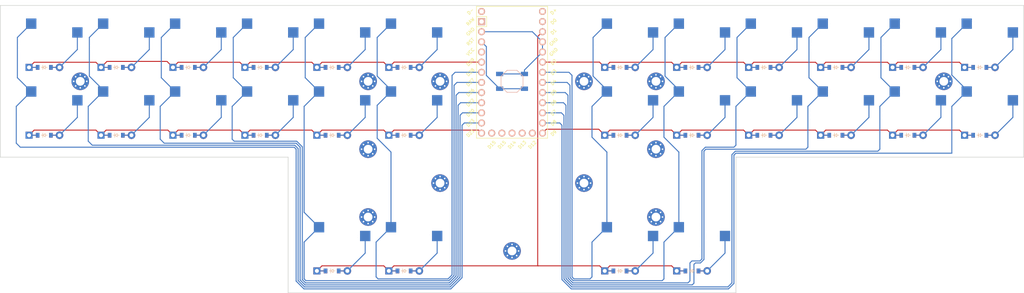
<source format=kicad_pcb>
(kicad_pcb (version 20241229) (generator "pcbnew") (generator_version "9.0")
  (title_block (title "pcb") (rev "v1.0.0") (company "Unknown"))
  (layers (0 "F.Cu" signal) (2 "B.Cu" signal) (13 "F.Paste" user) (15 "B.Paste" user) (5 "F.SilkS" user) (7 "B.SilkS" user) (1 "F.Mask" user) (3 "B.Mask" user) (25 "Edge.Cuts" user))
  (net 0 "")
  (net 1 "D23")
  (net 2 "outer_lbottom")
  (net 3 "outer_ltop")
  (net 4 "D20")
  (net 5 "pinky_lbottom")
  (net 6 "pinky_ltop")
  (net 7 "D22")
  (net 8 "ring_lbottom")
  (net 9 "ring_ltop")
  (net 10 "D26")
  (net 11 "middle_lbottom")
  (net 12 "middle_ltop")
  (net 13 "D27")
  (net 14 "index_lbottom")
  (net 15 "index_ltop")
  (net 16 "D28")
  (net 17 "inner_lbottom")
  (net 18 "inner_ltop")
  (net 19 "D3")
  (net 20 "inner_rbottom")
  (net 21 "inner_rtop")
  (net 22 "D4")
  (net 23 "index_rbottom")
  (net 24 "index_rtop")
  (net 25 "D5")
  (net 26 "middle_rbottom")
  (net 27 "middle_rtop")
  (net 28 "D6")
  (net 29 "ring_rbottom")
  (net 30 "ring_rtop")
  (net 31 "D7")
  (net 32 "pinky_rbottom")
  (net 33 "pinky_rtop")
  (net 34 "D8")
  (net 35 "outer_rbottom")
  (net 36 "outer_rtop")
  (net 37 "outer_lttop")
  (net 38 "inner_lttop")
  (net 39 "inner_rttop")
  (net 40 "outer_rttop")
  (net 41 "D21")
  (net 42 "D29")
  (net 43 "D9")
  (net 44 "D2")
  (net 45 "D1")
  (net 46 "Dm")
  (net 47 "RAW")
  (net 48 "GND")
  (net 49 "RST")
  (net 50 "VCC")
  (net 51 "D12")
  (net 52 "D13")
  (net 53 "D14")
  (net 54 "D15")
  (net 55 "D16")
  (net 56 "Dp")
  (net 57 "D0")
  (footprint "E73:SW_TACT_ALPS_SKQGABE010" (layer "F.Cu") (at 217 91.5)
    (property "Reference" "B1" (hide yes))
    (property "Value" "" (hide yes))
  )
  (footprint "Mount_Hole_2.2mm_Pad_Via" (layer "F.Cu") (at 325 91.5)
    (property "Reference" "_7" (hide yes))
    (property "Value" "")
  )
  (footprint "PG1350" (layer "F.Cu") (at 100 100)
    (property "Reference" "S1" (hide yes))
    (property "Value" "" (hide yes))
  )
  (footprint "Mount_Hole_2.2mm_Pad_Via" (layer "F.Cu") (at 235 117)
    (property "Reference" "_11" (hide yes))
    (property "Value" "")
  )
  (footprint "PG1350" (layer "F.Cu") (at 154 83)
    (property "Reference" "S8" (hide yes))
    (property "Value" "" (hide yes))
  )
  (footprint "PG1350" (layer "F.Cu") (at 244 83)
    (property "Reference" "S14" (hide yes))
    (property "Value" "" (hide yes))
  )
  (footprint "PG1350" (layer "F.Cu") (at 334 83)
    (property "Reference" "S24" (hide yes))
    (property "Value" "" (hide yes))
  )
  (footprint "ComboDiode" (layer "F.Cu") (at 244 105)
    (property "Reference" "D13" (hide yes))
    (property "Value" "" (hide yes))
  )
  (footprint "ComboDiode" (layer "F.Cu") (at 334 88)
    (property "Reference" "D24" (hide yes))
    (property "Value" "" (hide yes))
  )
  (footprint "ComboDiode" (layer "F.Cu") (at 334 105)
    (property "Reference" "D23" (hide yes))
    (property "Value" "" (hide yes))
  )
  (footprint "PG1350" (layer "F.Cu") (at 118 100)
    (property "Reference" "S3" (hide yes))
    (property "Value" "" (hide yes))
  )
  (footprint "ComboDiode" (layer "F.Cu") (at 118 88)
    (property "Reference" "D4" (hide yes))
    (property "Value" "" (hide yes))
  )
  (footprint "ComboDiode" (layer "F.Cu") (at 298 88)
    (property "Reference" "D20" (hide yes))
    (property "Value" "" (hide yes))
  )
  (footprint "PG1350" (layer "F.Cu") (at 136 83)
    (property "Reference" "S6" (hide yes))
    (property "Value" "" (hide yes))
  )
  (footprint "Mount_Hole_2.2mm_Pad_Via" (layer "F.Cu") (at 253 91.5)
    (property "Reference" "_8" (hide yes))
    (property "Value" "")
  )
  (footprint "Mount_Hole_2.2mm_Pad_Via" (layer "F.Cu") (at 199 91.5)
    (property "Reference" "_4" (hide yes))
    (property "Value" "")
  )
  (footprint "Mount_Hole_2.2mm_Pad_Via" (layer "F.Cu") (at 181 91.5)
    (property "Reference" "_2" (hide yes))
    (property "Value" "")
  )
  (footprint "ComboDiode" (layer "F.Cu") (at 244 88)
    (property "Reference" "D14" (hide yes))
    (property "Value" "" (hide yes))
  )
  (footprint "ComboDiode" (layer "F.Cu") (at 316 105)
    (property "Reference" "D21" (hide yes))
    (property "Value" "" (hide yes))
  )
  (footprint "ComboDiode" (layer "F.Cu") (at 190 105)
    (property "Reference" "D11" (hide yes))
    (property "Value" "" (hide yes))
  )
  (footprint "PG1350" (layer "F.Cu") (at 244 100)
    (property "Reference" "S13" (hide yes))
    (property "Value" "" (hide yes))
  )
  (footprint "PG1350" (layer "F.Cu") (at 136 100)
    (property "Reference" "S5" (hide yes))
    (property "Value" "" (hide yes))
  )
  (footprint "ComboDiode" (layer "F.Cu") (at 262 139)
    (property "Reference" "D28" (hide yes))
    (property "Value" "" (hide yes))
  )
  (footprint "Mount_Hole_2.2mm_Pad_Via" (layer "F.Cu") (at 253 125.5)
    (property "Reference" "_12" (hide yes))
    (property "Value" "")
  )
  (footprint "ComboDiode" (layer "F.Cu") (at 136 88)
    (property "Reference" "D6" (hide yes))
    (property "Value" "" (hide yes))
  )
  (footprint "PG1350" (layer "F.Cu") (at 172 134)
    (property "Reference" "S25" (hide yes))
    (property "Value" "" (hide yes))
  )
  (footprint "ComboDiode" (layer "F.Cu") (at 298 105)
    (property "Reference" "D19" (hide yes))
    (property "Value" "" (hide yes))
  )
  (footprint "ComboDiode" (layer "F.Cu") (at 316 88)
    (property "Reference" "D22" (hide yes))
    (property "Value" "" (hide yes))
  )
  (footprint "ComboDiode" (layer "F.Cu") (at 154 105)
    (property "Reference" "D7" (hide yes))
    (property "Value" "" (hide yes))
  )
  (footprint "Mount_Hole_2.2mm_Pad_Via" (layer "F.Cu") (at 109 91.5)
    (property "Reference" "_1" (hide yes))
    (property "Value" "")
  )
  (footprint "ComboDiode" (layer "F.Cu") (at 190 139)
    (property "Reference" "D26" (hide yes))
    (property "Value" "" (hide yes))
  )
  (footprint "PG1350" (layer "F.Cu") (at 190 83)
    (property "Reference" "S12" (hide yes))
    (property "Value" "" (hide yes))
  )
  (footprint "Mount_Hole_2.2mm_Pad_Via" (layer "F.Cu") (at 199 117)
    (property "Reference" "_5" (hide yes))
    (property "Value" "")
  )
  (footprint "PG1350" (layer "F.Cu") (at 280 100)
    (property "Reference" "S17" (hide yes))
    (property "Value" "" (hide yes))
  )
  (footprint "ComboDiode" (layer "F.Cu") (at 262 105)
    (property "Reference" "D15" (hide yes))
    (property "Value" "" (hide yes))
  )
  (footprint "PG1350" (layer "F.Cu") (at 244 134)
    (property "Reference" "S27" (hide yes))
    (property "Value" "" (hide yes))
  )
  (footprint "PG1350" (layer "F.Cu") (at 190 100)
    (property "Reference" "S11" (hide yes))
    (property "Value" "" (hide yes))
  )
  (footprint "PG1350" (layer "F.Cu") (at 172 100)
    (property "Reference" "S9" (hide yes))
    (property "Value" "" (hide yes))
  )
  (footprint "ComboDiode" (layer "F.Cu") (at 172 105)
    (property "Reference" "D9" (hide yes))
    (property "Value" "" (hide yes))
  )
  (footprint "PG1350" (layer "F.Cu") (at 280 83)
    (property "Reference" "S18" (hide yes))
    (property "Value" "" (hide yes))
  )
  (footprint "PG1350" (layer "F.Cu") (at 100 83)
    (property "Reference" "S2" (hide yes))
    (property "Value" "" (hide yes))
  )
  (footprint "ProMicro" (layer "F.Cu") (at 217 90.5 -90)
    (property "Reference" "MCU1" (hide yes))
    (property "Value" "" (hide yes))
  )
  (footprint "ComboDiode" (layer "F.Cu") (at 190 88)
    (property "Reference" "D12" (hide yes))
    (property "Value" "" (hide yes))
  )
  (footprint "PG1350" (layer "F.Cu") (at 316 100)
    (property "Reference" "S21" (hide yes))
    (property "Value" "" (hide yes))
  )
  (footprint "ComboDiode" (layer "F.Cu") (at 262 88)
    (property "Reference" "D16" (hide yes))
    (property "Value" "" (hide yes))
  )
  (footprint "ComboDiode" (layer "F.Cu") (at 244 139)
    (property "Reference" "D27" (hide yes))
    (property "Value" "" (hide yes))
  )
  (footprint "ComboDiode" (layer "F.Cu") (at 172 88)
    (property "Reference" "D10" (hide yes))
    (property "Value" "" (hide yes))
  )
  (footprint "ComboDiode" (layer "F.Cu") (at 172 139)
    (property "Reference" "D25" (hide yes))
    (property "Value" "" (hide yes))
  )
  (footprint "ComboDiode" (layer "F.Cu") (at 100 105)
    (property "Reference" "D1" (hide yes))
    (property "Value" "" (hide yes))
  )
  (footprint "ComboDiode" (layer "F.Cu") (at 154 88)
    (property "Reference" "D8" (hide yes))
    (property "Value" "" (hide yes))
  )
  (footprint "Mount_Hole_2.2mm_Pad_Via" (layer "F.Cu") (at 253 108.5)
    (property "Reference" "_9" (hide yes))
    (property "Value" "")
  )
  (footprint "ComboDiode" (layer "F.Cu") (at 118 105)
    (property "Reference" "D3" (hide yes))
    (property "Value" "" (hide yes))
  )
  (footprint "Mount_Hole_2.2mm_Pad_Via" (layer "F.Cu") (at 235 91.5)
    (property "Reference" "_10" (hide yes))
    (property "Value" "")
  )
  (footprint "PG1350" (layer "F.Cu") (at 334 100)
    (property "Reference" "S23" (hide yes))
    (property "Value" "" (hide yes))
  )
  (footprint "Mount_Hole_2.2mm_Pad_Via" (layer "F.Cu") (at 181 108.5)
    (property "Reference" "_3" (hide yes))
    (property "Value" "")
  )
  (footprint "PG1350" (layer "F.Cu") (at 190 134)
    (property "Reference" "S26" (hide yes))
    (property "Value" "" (hide yes))
  )
  (footprint "PG1350" (layer "F.Cu") (at 298 100)
    (property "Reference" "S19" (hide yes))
    (property "Value" "" (hide yes))
  )
  (footprint "PG1350" (layer "F.Cu") (at 154 100)
    (property "Reference" "S7" (hide yes))
    (property "Value" "" (hide yes))
  )
  (footprint "PG1350" (layer "F.Cu") (at 262 134)
    (property "Reference" "S28" (hide yes))
    (property "Value" "" (hide yes))
  )
  (footprint "ComboDiode" (layer "F.Cu") (at 100 88)
    (property "Reference" "D2" (hide yes))
    (property "Value" "" (hide yes))
  )
  (footprint "PG1350" (layer "F.Cu") (at 262 83)
    (property "Reference" "S16" (hide yes))
    (property "Value" "" (hide yes))
  )
  (footprint "PG1350" (layer "F.Cu") (at 118 83)
    (property "Reference" "S4" (hide yes))
    (property "Value" "" (hide yes))
  )
  (footprint "ComboDiode" (layer "F.Cu") (at 280 88)
    (property "Reference" "D18" (hide yes))
    (property "Value" "" (hide yes))
  )
  (footprint "Mount_Hole_2.2mm_Pad_Via" (layer "F.Cu") (at 181 125.5)
    (property "Reference" "_6" (hide yes))
    (property "Value" "")
  )
  (footprint "ComboDiode" (layer "F.Cu") (at 280 105)
    (property "Reference" "D17" (hide yes))
    (property "Value" "" (hide yes))
  )
  (footprint "PG1350" (layer "F.Cu") (at 298 83)
    (property "Reference" "S20" (hide yes))
    (property "Value" "" (hide yes))
  )
  (footprint "ComboDiode" (layer "F.Cu") (at 136 105)
    (property "Reference" "D5" (hide yes))
    (property "Value" "" (hide yes))
  )
  (footprint "PG1350" (layer "F.Cu") (at 262 100)
    (property "Reference" "S15" (hide yes))
    (property "Value" "" (hide yes))
  )
  (footprint "Mount_Hole_2.2mm_Pad_Via" (layer "F.Cu") (at 217 134)
    (property "Reference" "_13" (hide yes))
    (property "Value" "")
  )
  (footprint "PG1350" (layer "F.Cu") (at 316 83)
    (property "Reference" "S22" (hide yes))
    (property "Value" "" (hide yes))
  )
  (footprint "PG1350" (layer "F.Cu") (at 172 83)
    (property "Reference" "S10" (hide yes))
    (property "Value" "" (hide yes))
  )
  (gr_line (start 345 110.5) (end 273 110.5) (stroke (width 0.15)) (layer "Edge.Cuts"))
  (gr_line (start 89 72.5) (end 345 72.5) (stroke (width 0.15)) (layer "Edge.Cuts"))
  (gr_line (start 89 110.5) (end 89 72.5) (stroke (width 0.15)) (layer "Edge.Cuts"))
  (gr_line (start 161 144.5) (end 161 110.5) (stroke (width 0.15)) (layer "Edge.Cuts"))
  (gr_line (start 273 144.5) (end 161 144.5) (stroke (width 0.15)) (layer "Edge.Cuts"))
  (gr_line (start 345 72.5) (end 345 110.5) (stroke (width 0.15)) (layer "Edge.Cuts"))
  (gr_line (start 161 110.5) (end 89 110.5) (stroke (width 0.15)) (layer "Edge.Cuts"))
  (gr_line (start 273 110.5) (end 273 144.5) (stroke (width 0.15)) (layer "Edge.Cuts"))
  (segment (start 162.5 108) (end 163 108.5) (width 0.25) (layer "B.Cu") (net 1))
  (segment (start 96.725 77.05) (end 93.2731 80.5019) (width 0.25) (layer "B.Cu") (net 1))
  (segment (start 204.5 102.5) (end 205.07 101.93) (width 0.25) (layer "B.Cu") (net 1))
  (segment (start 93 107) (end 94 108) (width 0.25) (layer "B.Cu") (net 1))
  (segment (start 93 97.775) (end 93 107) (width 0.25) (layer "B.Cu") (net 1))
  (segment (start 94 108) (end 162.5 108) (width 0.25) (layer "B.Cu") (net 1))
  (segment (start 96.725 94.05) (end 93 97.775) (width 0.25) (layer "B.Cu") (net 1))
  (segment (start 93.2731 90.5981) (end 96.725 94.05) (width 0.25) (layer "B.Cu") (net 1))
  (segment (start 201.689049 143.5) (end 204.5 140.689049) (width 0.25) (layer "B.Cu") (net 1))
  (segment (start 205.07 101.93) (end 209.38 101.93) (width 0.25) (layer "B.Cu") (net 1))
  (segment (start 93.2731 80.5019) (end 93.2731 90.5981) (width 0.25) (layer "B.Cu") (net 1))
  (segment (start 204.5 140.689049) (end 204.5 102.5) (width 0.25) (layer "B.Cu") (net 1))
  (segment (start 164.94876 143.5) (end 201.689049 143.5) (width 0.25) (layer "B.Cu") (net 1))
  (segment (start 163 141.55124) (end 164.94876 143.5) (width 0.25) (layer "B.Cu") (net 1))
  (segment (start 163 108.5) (end 163 141.55124) (width 0.25) (layer "B.Cu") (net 1))
  (segment (start 101.65 105) (end 103.81 105) (width 0.25) (layer "F.Cu") (net 2))
  (segment (start 103.81 105) (end 101.65 105) (width 0.25) (layer "B.Cu") (net 2))
  (segment (start 108.275 100.535) (end 108.275 96.25) (width 0.25) (layer "B.Cu") (net 2))
  (segment (start 103.81 105) (end 108.275 100.535) (width 0.25) (layer "B.Cu") (net 2))
  (segment (start 103.81 88) (end 101.65 88) (width 0.25) (layer "F.Cu") (net 3))
  (segment (start 103.81 88) (end 108.275 83.535) (width 0.25) (layer "B.Cu") (net 3))
  (segment (start 108.275 83.535) (end 108.275 79.25) (width 0.25) (layer "B.Cu") (net 3))
  (segment (start 101.65 88) (end 103.81 88) (width 0.25) (layer "B.Cu") (net 3))
  (segment (start 111.2731 90.200796) (end 114.725 93.652696) (width 0.25) (layer "B.Cu") (net 4))
  (segment (start 114.725 93.652696) (end 114.725 94.05) (width 0.25) (layer "B.Cu") (net 4))
  (segment (start 162.63781 107.5) (end 163.5 108.36219) (width 0.25) (layer "B.Cu") (net 4))
  (segment (start 114.725 94.05) (end 111 97.775) (width 0.25) (layer "B.Cu") (net 4))
  (segment (start 112 107.5) (end 162.63781 107.5) (width 0.25) (layer "B.Cu") (net 4))
  (segment (start 111 106.5) (end 112 107.5) (width 0.25) (layer "B.Cu") (net 4))
  (segment (start 201.551239 143) (end 204 140.551239) (width 0.25) (layer "B.Cu") (net 4))
  (segment (start 163.5 108.36219) (end 163.5 141.41343) (width 0.25) (layer "B.Cu") (net 4))
  (segment (start 165.08657 143) (end 201.551239 143) (width 0.25) (layer "B.Cu") (net 4))
  (segment (start 111.2731 80.5019) (end 111.2731 90.200796) (width 0.25) (layer "B.Cu") (net 4))
  (segment (start 163.5 141.41343) (end 165.08657 143) (width 0.25) (layer "B.Cu") (net 4))
  (segment (start 204 140.551239) (end 204 100) (width 0.25) (layer "B.Cu") (net 4))
  (segment (start 204 100) (end 204.61 99.39) (width 0.25) (layer "B.Cu") (net 4))
  (segment (start 204.61 99.39) (end 209.38 99.39) (width 0.25) (layer "B.Cu") (net 4))
  (segment (start 114.725 77.05) (end 111.2731 80.5019) (width 0.25) (layer "B.Cu") (net 4))
  (segment (start 111 97.775) (end 111 106.5) (width 0.25) (layer "B.Cu") (net 4))
  (segment (start 119.65 105) (end 121.81 105) (width 0.25) (layer "F.Cu") (net 5))
  (segment (start 121.81 105) (end 119.65 105) (width 0.25) (layer "B.Cu") (net 5))
  (segment (start 126.275 100.535) (end 126.275 96.25) (width 0.25) (layer "B.Cu") (net 5))
  (segment (start 121.81 105) (end 126.275 100.535) (width 0.25) (layer "B.Cu") (net 5))
  (segment (start 121.81 88) (end 119.65 88) (width 0.25) (layer "F.Cu") (net 6))
  (segment (start 121.81 88) (end 126.275 83.535) (width 0.25) (layer "B.Cu") (net 6))
  (segment (start 119.65 88) (end 121.81 88) (width 0.25) (layer "B.Cu") (net 6))
  (segment (start 126.275 83.535) (end 126.275 79.25) (width 0.25) (layer "B.Cu") (net 6))
  (segment (start 204.15 96.85) (end 209.38 96.85) (width 0.25) (layer "B.Cu") (net 7))
  (segment (start 201.413429 142.5) (end 203.5 140.413429) (width 0.25) (layer "B.Cu") (net 7))
  (segment (start 203.5 97.5) (end 204.15 96.85) (width 0.25) (layer "B.Cu") (net 7))
  (segment (start 129 97.775) (end 129 106) (width 0.25) (layer "B.Cu") (net 7))
  (segment (start 129.2731 90.5981) (end 132.725 94.05) (width 0.25) (layer "B.Cu") (net 7))
  (segment (start 132.725 94.05) (end 129 97.775) (width 0.25) (layer "B.Cu") (net 7))
  (segment (start 163 107) (end 164 108) (width 0.25) (layer "B.Cu") (net 7))
  (segment (start 132.725 77.05) (end 129.2731 80.5019) (width 0.25) (layer "B.Cu") (net 7))
  (segment (start 203.5 140.413429) (end 203.5 97.5) (width 0.25) (layer "B.Cu") (net 7))
  (segment (start 165.22438 142.5) (end 201.413429 142.5) (width 0.25) (layer "B.Cu") (net 7))
  (segment (start 130 107) (end 163 107) (width 0.25) (layer "B.Cu") (net 7))
  (segment (start 164 108) (end 164 141.27562) (width 0.25) (layer "B.Cu") (net 7))
  (segment (start 164 141.27562) (end 165.22438 142.5) (width 0.25) (layer "B.Cu") (net 7))
  (segment (start 129 106) (end 130 107) (width 0.25) (layer "B.Cu") (net 7))
  (segment (start 129.2731 80.5019) (end 129.2731 90.5981) (width 0.25) (layer "B.Cu") (net 7))
  (segment (start 137.65 105) (end 139.81 105) (width 0.25) (layer "F.Cu") (net 8))
  (segment (start 139.81 105) (end 137.65 105) (width 0.25) (layer "B.Cu") (net 8))
  (segment (start 139.81 105) (end 144.275 100.535) (width 0.25) (layer "B.Cu") (net 8))
  (segment (start 144.275 100.535) (end 144.275 96.25) (width 0.25) (layer "B.Cu") (net 8))
  (segment (start 139.81 88) (end 137.65 88) (width 0.25) (layer "F.Cu") (net 9))
  (segment (start 137.65 88) (end 139.81 88) (width 0.25) (layer "B.Cu") (net 9))
  (segment (start 139.81 88) (end 144.275 83.535) (width 0.25) (layer "B.Cu") (net 9))
  (segment (start 144.275 83.535) (end 144.275 79.25) (width 0.25) (layer "B.Cu") (net 9))
  (segment (start 164.549 141.18681) (end 165.36219 142) (width 0.25) (layer "B.Cu") (net 10))
  (segment (start 147.5 106.5) (end 163.13781 106.5) (width 0.25) (layer "B.Cu") (net 10))
  (segment (start 150.725 94.05) (end 147 97.775) (width 0.25) (layer "B.Cu") (net 10))
  (segment (start 147 106) (end 147.5 106.5) (width 0.25) (layer "B.Cu") (net 10))
  (segment (start 201.275619 142) (end 203 140.275619) (width 0.25) (layer "B.Cu") (net 10))
  (segment (start 147.2731 80.5019) (end 147.2731 90.5981) (width 0.25) (layer "B.Cu") (net 10))
  (segment (start 163.13781 106.5) (end 164.549 107.91119) (width 0.25) (layer "B.Cu") (net 10))
  (segment (start 150.725 77.05) (end 147.2731 80.5019) (width 0.25) (layer "B.Cu") (net 10))
  (segment (start 147.2731 90.5981) (end 150.725 94.05) (width 0.25) (layer "B.Cu") (net 10))
  (segment (start 203.69 94.31) (end 209.38 94.31) (width 0.25) (layer "B.Cu") (net 10))
  (segment (start 147 97.775) (end 147 106) (width 0.25) (layer "B.Cu") (net 10))
  (segment (start 203 95) (end 203.69 94.31) (width 0.25) (layer "B.Cu") (net 10))
  (segment (start 165.36219 142) (end 201.275619 142) (width 0.25) (layer "B.Cu") (net 10))
  (segment (start 164.549 107.91119) (end 164.549 141.18681) (width 0.25) (layer "B.Cu") (net 10))
  (segment (start 203 140.275619) (end 203 95) (width 0.25) (layer "B.Cu") (net 10))
  (segment (start 155.65 105) (end 157.81 105) (width 0.25) (layer "F.Cu") (net 11))
  (segment (start 157.81 105) (end 155.65 105) (width 0.25) (layer "B.Cu") (net 11))
  (segment (start 162.275 100.535) (end 162.275 96.25) (width 0.25) (layer "B.Cu") (net 11))
  (segment (start 157.81 105) (end 162.275 100.535) (width 0.25) (layer "B.Cu") (net 11))
  (segment (start 157.81 88) (end 155.65 88) (width 0.25) (layer "F.Cu") (net 12))
  (segment (start 162.275 83.535) (end 162.275 79.25) (width 0.25) (layer "B.Cu") (net 12))
  (segment (start 155.65 88) (end 157.81 88) (width 0.25) (layer "B.Cu") (net 12))
  (segment (start 157.81 88) (end 162.275 83.535) (width 0.25) (layer "B.Cu") (net 12))
  (segment (start 165.2731 90.5981) (end 168.725 94.05) (width 0.25) (layer "B.Cu") (net 13))
  (segment (start 168.725 94.05) (end 165 97.775) (width 0.25) (layer "B.Cu") (net 13))
  (segment (start 203.23 91.77) (end 209.38 91.77) (width 0.25) (layer "B.Cu") (net 13))
  (segment (start 165 131.775) (end 165 141) (width 0.25) (layer "B.Cu") (net 13))
  (segment (start 201.186809 141.451) (end 202.5 140.137809) (width 0.25) (layer "B.Cu") (net 13))
  (segment (start 165.451 141.451) (end 201.186809 141.451) (width 0.25) (layer "B.Cu") (net 13))
  (segment (start 165 124.325) (end 168.725 128.05) (width 0.25) (layer "B.Cu") (net 13))
  (segment (start 165.2731 80.5019) (end 165.2731 90.5981) (width 0.25) (layer "B.Cu") (net 13))
  (segment (start 168.725 128.05) (end 165 131.775) (width 0.25) (layer "B.Cu") (net 13))
  (segment (start 202.5 92.5) (end 203.23 91.77) (width 0.25) (layer "B.Cu") (net 13))
  (segment (start 168.725 77.05) (end 165.2731 80.5019) (width 0.25) (layer "B.Cu") (net 13))
  (segment (start 202.5 140.137809) (end 202.5 92.5) (width 0.25) (layer "B.Cu") (net 13))
  (segment (start 165 141) (end 165.451 141.451) (width 0.25) (layer "B.Cu") (net 13))
  (segment (start 165 97.775) (end 165 124.325) (width 0.25) (layer "B.Cu") (net 13))
  (segment (start 173.65 105) (end 175.81 105) (width 0.25) (layer "F.Cu") (net 14))
  (segment (start 180.275 100.535) (end 180.275 96.25) (width 0.25) (layer "B.Cu") (net 14))
  (segment (start 175.81 105) (end 173.65 105) (width 0.25) (layer "B.Cu") (net 14))
  (segment (start 175.81 105) (end 180.275 100.535) (width 0.25) (layer "B.Cu") (net 14))
  (segment (start 175.81 88) (end 173.65 88) (width 0.25) (layer "F.Cu") (net 15))
  (segment (start 175.81 88) (end 180.275 83.535) (width 0.25) (layer "B.Cu") (net 15))
  (segment (start 180.275 83.535) (end 180.275 79.25) (width 0.25) (layer "B.Cu") (net 15))
  (segment (start 173.65 88) (end 175.81 88) (width 0.25) (layer "B.Cu") (net 15))
  (segment (start 186.725 128.05) (end 183 131.775) (width 0.25) (layer "B.Cu") (net 16))
  (segment (start 183.2731 97.5019) (end 183.2731 105.7731) (width 0.25) (layer "B.Cu") (net 16))
  (segment (start 186.725 94.05) (end 183.2731 97.5019) (width 0.25) (layer "B.Cu") (net 16))
  (segment (start 186.725 77.05) (end 183.2731 80.5019) (width 0.25) (layer "B.Cu") (net 16))
  (segment (start 202.77 89.23) (end 209.38 89.23) (width 0.25) (layer "B.Cu") (net 16))
  (segment (start 186.725 93.652696) (end 186.725 94.05) (width 0.25) (layer "B.Cu") (net 16))
  (segment (start 183 140.5) (end 183.5 141) (width 0.25) (layer "B.Cu") (net 16))
  (segment (start 183 131.775) (end 183 140.5) (width 0.25) (layer "B.Cu") (net 16))
  (segment (start 183.5 141) (end 200.999999 141) (width 0.25) (layer "B.Cu") (net 16))
  (segment (start 183.2731 105.7731) (end 186.725 109.225) (width 0.25) (layer "B.Cu") (net 16))
  (segment (start 186.725 109.225) (end 186.725 128.05) (width 0.25) (layer "B.Cu") (net 16))
  (segment (start 202 90) (end 202.77 89.23) (width 0.25) (layer "B.Cu") (net 16))
  (segment (start 183.2731 80.5019) (end 183.2731 90.200796) (width 0.25) (layer "B.Cu") (net 16))
  (segment (start 183.2731 90.200796) (end 186.725 93.652696) (width 0.25) (layer "B.Cu") (net 16))
  (segment (start 200.999999 141) (end 202 139.999999) (width 0.25) (layer "B.Cu") (net 16))
  (segment (start 202 139.999999) (end 202 90) (width 0.25) (layer "B.Cu") (net 16))
  (segment (start 191.65 105) (end 193.81 105) (width 0.25) (layer "F.Cu") (net 17))
  (segment (start 193.81 105) (end 191.65 105) (width 0.25) (layer "B.Cu") (net 17))
  (segment (start 193.81 105) (end 198.275 100.535) (width 0.25) (layer "B.Cu") (net 17))
  (segment (start 198.275 100.535) (end 198.275 96.25) (width 0.25) (layer "B.Cu") (net 17))
  (segment (start 193.81 88) (end 191.65 88) (width 0.25) (layer "F.Cu") (net 18))
  (segment (start 193.81 88) (end 198.275 83.535) (width 0.25) (layer "B.Cu") (net 18))
  (segment (start 191.65 88) (end 193.81 88) (width 0.25) (layer "B.Cu") (net 18))
  (segment (start 198.275 83.535) (end 198.275 79.25) (width 0.25) (layer "B.Cu") (net 18))
  (segment (start 237.2731 90.200796) (end 240.725 93.652696) (width 0.25) (layer "B.Cu") (net 19))
  (segment (start 232 140.5) (end 232 90) (width 0.25) (layer "B.Cu") (net 19))
  (segment (start 237 140.5) (end 236.5 141) (width 0.25) (layer "B.Cu") (net 19))
  (segment (start 240.725 94.05) (end 237 97.775) (width 0.25) (layer "B.Cu") (net 19))
  (segment (start 237.2731 80.5019) (end 237.2731 90.200796) (width 0.25) (layer "B.Cu") (net 19))
  (segment (start 232 90) (end 231.23 89.23) (width 0.25) (layer "B.Cu") (net 19))
  (segment (start 240.725 109.225) (end 240.725 128.05) (width 0.25) (layer "B.Cu") (net 19))
  (segment (start 240.725 93.652696) (end 240.725 94.05) (width 0.25) (layer "B.Cu") (net 19))
  (segment (start 237 105.5) (end 240.725 109.225) (width 0.25) (layer "B.Cu") (net 19))
  (segment (start 236.5 141) (end 232.5 141) (width 0.25) (layer "B.Cu") (net 19))
  (segment (start 231.23 89.23) (end 224.62 89.23) (width 0.25) (layer "B.Cu") (net 19))
  (segment (start 232.5 141) (end 232 140.5) (width 0.25) (layer "B.Cu") (net 19))
  (segment (start 240.725 77.05) (end 237.2731 80.5019) (width 0.25) (layer "B.Cu") (net 19))
  (segment (start 237 131.775) (end 237 140.5) (width 0.25) (layer "B.Cu") (net 19))
  (segment (start 237 97.775) (end 237 105.5) (width 0.25) (layer "B.Cu") (net 19))
  (segment (start 240.725 128.05) (end 237 131.775) (width 0.25) (layer "B.Cu") (net 19))
  (segment (start 245.65 105) (end 247.81 105) (width 0.25) (layer "F.Cu") (net 20))
  (segment (start 252.275 100.535) (end 252.275 96.25) (width 0.25) (layer "B.Cu") (net 20))
  (segment (start 247.81 105) (end 245.65 105) (width 0.25) (layer "B.Cu") (net 20))
  (segment (start 247.81 105) (end 252.275 100.535) (width 0.25) (layer "B.Cu") (net 20))
  (segment (start 247.81 88) (end 245.65 88) (width 0.25) (layer "F.Cu") (net 21))
  (segment (start 245.65 88) (end 247.81 88) (width 0.25) (layer "B.Cu") (net 21))
  (segment (start 247.81 88) (end 252.275 83.535) (width 0.25) (layer "B.Cu") (net 21))
  (segment (start 252.275 83.535) (end 252.275 79.25) (width 0.25) (layer "B.Cu") (net 21))
  (segment (start 258.725 94.05) (end 255 97.775) (width 0.25) (layer "B.Cu") (net 22))
  (segment (start 254.549 141.451) (end 232.31319 141.451) (width 0.25) (layer "B.Cu") (net 22))
  (segment (start 255.2731 80.5019) (end 255.2731 90.200796) (width 0.25) (layer "B.Cu") (net 22))
  (segment (start 231.5 92.5) (end 230.77 91.77) (width 0.25) (layer "B.Cu") (net 22))
  (segment (start 255.2731 90.200796) (end 258.725 93.652696) (width 0.25) (layer "B.Cu") (net 22))
  (segment (start 232.31319 141.451) (end 231.5 140.63781) (width 0.25) (layer "B.Cu") (net 22))
  (segment (start 258.725 77.05) (end 255.2731 80.5019) (width 0.25) (layer "B.Cu") (net 22))
  (segment (start 258.725 93.652696) (end 258.725 94.05) (width 0.25) (layer "B.Cu") (net 22))
  (segment (start 230.77 91.77) (end 224.62 91.77) (width 0.25) (layer "B.Cu") (net 22))
  (segment (start 231.5 140.63781) (end 231.5 92.5) (width 0.25) (layer "B.Cu") (net 22))
  (segment (start 258.725 109.225) (end 258.725 128.05) (width 0.25) (layer "B.Cu") (net 22))
  (segment (start 255 131.775) (end 255 141) (width 0.25) (layer "B.Cu") (net 22))
  (segment (start 255 97.775) (end 255 105.5) (width 0.25) (layer "B.Cu") (net 22))
  (segment (start 255 105.5) (end 258.725 109.225) (width 0.25) (layer "B.Cu") (net 22))
  (segment (start 255 141) (end 254.549 141.451) (width 0.25) (layer "B.Cu") (net 22))
  (segment (start 258.725 128.05) (end 255 131.775) (width 0.25) (layer "B.Cu") (net 22))
  (segment (start 263.65 105) (end 265.81 105) (width 0.25) (layer "F.Cu") (net 23))
  (segment (start 265.81 105) (end 270.275 100.535) (width 0.25) (layer "B.Cu") (net 23))
  (segment (start 265.81 105) (end 263.65 105) (width 0.25) (layer "B.Cu") (net 23))
  (segment (start 270.275 100.535) (end 270.275 96.25) (width 0.25) (layer "B.Cu") (net 23))
  (segment (start 265.81 88) (end 263.65 88) (width 0.25) (layer "F.Cu") (net 24))
  (segment (start 265.81 88) (end 270.275 83.535) (width 0.25) (layer "B.Cu") (net 24))
  (segment (start 270.275 83.535) (end 270.275 79.25) (width 0.25) (layer "B.Cu") (net 24))
  (segment (start 263.65 88) (end 265.81 88) (width 0.25) (layer "B.Cu") (net 24))
  (segment (start 230.31 94.31) (end 224.62 94.31) (width 0.25) (layer "B.Cu") (net 25))
  (segment (start 272.5 108) (end 265.36219 108) (width 0.25) (layer "B.Cu") (net 25))
  (segment (start 276.725 94.05) (end 273 97.775) (width 0.25) (layer "B.Cu") (net 25))
  (segment (start 264 136.5) (end 262 136.5) (width 0.25) (layer "B.Cu") (net 25))
  (segment (start 231 140.77562) (end 231 95) (width 0.25) (layer "B.Cu") (net 25))
  (segment (start 273.2731 80.5019) (end 273.2731 90.5981) (width 0.25) (layer "B.Cu") (net 25))
  (segment (start 261.5 137) (end 261.5 141.5) (width 0.25) (layer "B.Cu") (net 25))
  (segment (start 262 136.5) (end 261.5 137) (width 0.25) (layer "B.Cu") (net 25))
  (segment (start 261.5 141.5) (end 261 142) (width 0.25) (layer "B.Cu") (net 25))
  (segment (start 264.5 108.86219) (end 264.5 136) (width 0.25) (layer "B.Cu") (net 25))
  (segment (start 232.22438 142) (end 231 140.77562) (width 0.25) (layer "B.Cu") (net 25))
  (segment (start 273 107.5) (end 272.5 108) (width 0.25) (layer "B.Cu") (net 25))
  (segment (start 265.36219 108) (end 264.5 108.86219) (width 0.25) (layer "B.Cu") (net 25))
  (segment (start 231 95) (end 230.31 94.31) (width 0.25) (layer "B.Cu") (net 25))
  (segment (start 261 142) (end 232.22438 142) (width 0.25) (layer "B.Cu") (net 25))
  (segment (start 273 97.775) (end 273 107.5) (width 0.25) (layer "B.Cu") (net 25))
  (segment (start 273.2731 90.5981) (end 276.725 94.05) (width 0.25) (layer "B.Cu") (net 25))
  (segment (start 264.5 136) (end 264 136.5) (width 0.25) (layer "B.Cu") (net 25))
  (segment (start 276.725 77.05) (end 273.2731 80.5019) (width 0.25) (layer "B.Cu") (net 25))
  (segment (start 281.65 105) (end 283.81 105) (width 0.25) (layer "F.Cu") (net 26))
  (segment (start 283.81 105) (end 288.275 100.535) (width 0.25) (layer "B.Cu") (net 26))
  (segment (start 283.81 105) (end 281.65 105) (width 0.25) (layer "B.Cu") (net 26))
  (segment (start 288.275 100.535) (end 288.275 96.25) (width 0.25) (layer "B.Cu") (net 26))
  (segment (start 283.81 88) (end 281.65 88) (width 0.25) (layer "F.Cu") (net 27))
  (segment (start 288.275 83.535) (end 288.275 79.25) (width 0.25) (layer "B.Cu") (net 27))
  (segment (start 281.65 88) (end 283.81 88) (width 0.25) (layer "B.Cu") (net 27))
  (segment (start 283.81 88) (end 288.275 83.535) (width 0.25) (layer "B.Cu") (net 27))
  (segment (start 262.068905 142.5) (end 232.08657 142.5) (width 0.25) (layer "B.Cu") (net 28))
  (segment (start 291.2731 80.5019) (end 291.2731 90.5981) (width 0.25) (layer "B.Cu") (net 28))
  (segment (start 291.2731 90.5981) (end 294.725 94.05) (width 0.25) (layer "B.Cu") (net 28))
  (segment (start 262.86219 137) (end 262.5 137.36219) (width 0.25) (layer "B.Cu") (net 28))
  (segment (start 291 108) (end 290.5 108.5) (width 0.25) (layer "B.Cu") (net 28))
  (segment (start 230.5 140.91343) (end 230.5 97.5) (width 0.25) (layer "B.Cu") (net 28))
  (segment (start 262.5 137.36219) (end 262.5 142.068905) (width 0.25) (layer "B.Cu") (net 28))
  (segment (start 291 97.775) (end 291 108) (width 0.25) (layer "B.Cu") (net 28))
  (segment (start 265 136.13781) (end 264.13781 137) (width 0.25) (layer "B.Cu") (net 28))
  (segment (start 264.13781 137) (end 262.86219 137) (width 0.25) (layer "B.Cu") (net 28))
  (segment (start 262.5 142.068905) (end 262.068905 142.5) (width 0.25) (layer "B.Cu") (net 28))
  (segment (start 294.725 77.05) (end 291.2731 80.5019) (width 0.25) (layer "B.Cu") (net 28))
  (segment (start 265 109) (end 265 136.13781) (width 0.25) (layer "B.Cu") (net 28))
  (segment (start 232.08657 142.5) (end 230.5 140.91343) (width 0.25) (layer "B.Cu") (net 28))
  (segment (start 265.5 108.5) (end 265 109) (width 0.25) (layer "B.Cu") (net 28))
  (segment (start 230.5 97.5) (end 229.85 96.85) (width 0.25) (layer "B.Cu") (net 28))
  (segment (start 294.725 94.05) (end 291 97.775) (width 0.25) (layer "B.Cu") (net 28))
  (segment (start 290.5 108.5) (end 265.5 108.5) (width 0.25) (layer "B.Cu") (net 28))
  (segment (start 229.85 96.85) (end 224.62 96.85) (width 0.25) (layer "B.Cu") (net 28))
  (segment (start 299.65 105) (end 301.81 105) (width 0.25) (layer "F.Cu") (net 29))
  (segment (start 301.81 105) (end 306.275 100.535) (width 0.25) (layer "B.Cu") (net 29))
  (segment (start 306.275 100.535) (end 306.275 96.25) (width 0.25) (layer "B.Cu") (net 29))
  (segment (start 301.81 105) (end 299.65 105) (width 0.25) (layer "B.Cu") (net 29))
  (segment (start 301.81 88) (end 299.65 88) (width 0.25) (layer "F.Cu") (net 30))
  (segment (start 301.81 88) (end 306.275 83.535) (width 0.25) (layer "B.Cu") (net 30))
  (segment (start 299.65 88) (end 301.81 88) (width 0.25) (layer "B.Cu") (net 30))
  (segment (start 306.275 83.535) (end 306.275 79.25) (width 0.25) (layer "B.Cu") (net 30))
  (segment (start 271 143) (end 231.94876 143) (width 0.25) (layer "B.Cu") (net 31))
  (segment (start 272.86219 109) (end 272 109.86219) (width 0.25) (layer "B.Cu") (net 31))
  (segment (start 272 109.86219) (end 272 142) (width 0.25) (layer "B.Cu") (net 31))
  (segment (start 308.5 109) (end 272.86219 109) (width 0.25) (layer "B.Cu") (net 31))
  (segment (start 230 100.049) (end 229.341 99.39) (width 0.25) (layer "B.Cu") (net 31))
  (segment (start 312.725 94.05) (end 309 97.775) (width 0.25) (layer "B.Cu") (net 31))
  (segment (start 229.341 99.39) (end 224.62 99.39) (width 0.25) (layer "B.Cu") (net 31))
  (segment (start 309.2731 80.5019) (end 309.2731 90.5981) (width 0.25) (layer "B.Cu") (net 31))
  (segment (start 309 108.5) (end 308.5 109) (width 0.25) (layer "B.Cu") (net 31))
  (segment (start 309 97.775) (end 309 108.5) (width 0.25) (layer "B.Cu") (net 31))
  (segment (start 272 142) (end 271 143) (width 0.25) (layer "B.Cu") (net 31))
  (segment (start 230 141.05124) (end 230 100.049) (width 0.25) (layer "B.Cu") (net 31))
  (segment (start 312.725 77.05) (end 309.2731 80.5019) (width 0.25) (layer "B.Cu") (net 31))
  (segment (start 231.94876 143) (end 230 141.05124) (width 0.25) (layer "B.Cu") (net 31))
  (segment (start 309.2731 90.5981) (end 312.725 94.05) (width 0.25) (layer "B.Cu") (net 31))
  (segment (start 317.65 105) (end 319.81 105) (width 0.25) (layer "F.Cu") (net 32))
  (segment (start 324.275 100.535) (end 324.275 96.25) (width 0.25) (layer "B.Cu") (net 32))
  (segment (start 319.81 105) (end 317.65 105) (width 0.25) (layer "B.Cu") (net 32))
  (segment (start 319.81 105) (end 324.275 100.535) (width 0.25) (layer "B.Cu") (net 32))
  (segment (start 319.81 88) (end 317.65 88) (width 0.25) (layer "F.Cu") (net 33))
  (segment (start 317.65 88) (end 319.81 88) (width 0.25) (layer "B.Cu") (net 33))
  (segment (start 319.81 88) (end 324.275 83.535) (width 0.25) (layer "B.Cu") (net 33))
  (segment (start 324.275 83.535) (end 324.275 79.25) (width 0.25) (layer "B.Cu") (net 33))
  (segment (start 271.13781 143.5) (end 231.81095 143.5) (width 0.25) (layer "B.Cu") (net 34))
  (segment (start 229.5 102.5) (end 228.93 101.93) (width 0.25) (layer "B.Cu") (net 34))
  (segment (start 330.725 77.05) (end 327 80.775) (width 0.25) (layer "B.Cu") (net 34))
  (segment (start 229.5 141.18905) (end 229.5 102.5) (width 0.25) (layer "B.Cu") (net 34))
  (segment (start 273 109.5) (end 272.5 110) (width 0.25) (layer "B.Cu") (net 34))
  (segment (start 327 97.775) (end 327 109.5) (width 0.25) (layer "B.Cu") (net 34))
  (segment (start 228.93 101.93) (end 224.62 101.93) (width 0.25) (layer "B.Cu") (net 34))
  (segment (start 330.725 93.652696) (end 330.725 94.05) (width 0.25) (layer "B.Cu") (net 34))
  (segment (start 231.81095 143.5) (end 229.5 141.18905) (width 0.25) (layer "B.Cu") (net 34))
  (segment (start 327 109.5) (end 273 109.5) (width 0.25) (layer "B.Cu") (net 34))
  (segment (start 272.5 142.13781) (end 271.13781 143.5) (width 0.25) (layer "B.Cu") (net 34))
  (segment (start 330.725 94.05) (end 327 97.775) (width 0.25) (layer "B.Cu") (net 34))
  (segment (start 272.5 110) (end 272.5 142.13781) (width 0.25) (layer "B.Cu") (net 34))
  (segment (start 327 89.927696) (end 330.725 93.652696) (width 0.25) (layer "B.Cu") (net 34))
  (segment (start 327 80.775) (end 327 89.927696) (width 0.25) (layer "B.Cu") (net 34))
  (segment (start 335.65 105) (end 337.81 105) (width 0.25) (layer "F.Cu") (net 35))
  (segment (start 337.81 105) (end 335.65 105) (width 0.25) (layer "B.Cu") (net 35))
  (segment (start 342.275 100.535) (end 342.275 96.25) (width 0.25) (layer "B.Cu") (net 35))
  (segment (start 337.81 105) (end 342.275 100.535) (width 0.25) (layer "B.Cu") (net 35))
  (segment (start 337.81 88) (end 335.65 88) (width 0.25) (layer "F.Cu") (net 36))
  (segment (start 337.81 88) (end 342.275 83.535) (width 0.25) (layer "B.Cu") (net 36))
  (segment (start 335.65 88) (end 337.81 88) (width 0.25) (layer "B.Cu") (net 36))
  (segment (start 342.275 83.535) (end 342.275 79.25) (width 0.25) (layer "B.Cu") (net 36))
  (segment (start 173.65 139) (end 175.81 139) (width 0.25) (layer "F.Cu") (net 37))
  (segment (start 180.275 134.535) (end 180.275 130.25) (width 0.25) (layer "B.Cu") (net 37))
  (segment (start 175.81 139) (end 173.65 139) (width 0.25) (layer "B.Cu") (net 37))
  (segment (start 175.81 139) (end 180.275 134.535) (width 0.25) (layer "B.Cu") (net 37))
  (segment (start 191.65 139) (end 193.81 139) (width 0.25) (layer "F.Cu") (net 38))
  (segment (start 198.275 134.535) (end 198.275 130.25) (width 0.25) (layer "B.Cu") (net 38))
  (segment (start 191.65 139) (end 193.81 139) (width 0.25) (layer "B.Cu") (net 38))
  (segment (start 193.81 139) (end 198.275 134.535) (width 0.25) (layer "B.Cu") (net 38))
  (segment (start 247.81 139) (end 245.65 139) (width 0.25) (layer "F.Cu") (net 39))
  (segment (start 247.81 139) (end 252.275 134.535) (width 0.25) (layer "B.Cu") (net 39))
  (segment (start 245.65 139) (end 247.81 139) (width 0.25) (layer "B.Cu") (net 39))
  (segment (start 252.275 134.535) (end 252.275 130.25) (width 0.25) (layer "B.Cu") (net 39))
  (segment (start 265.81 139) (end 263.65 139) (width 0.25) (layer "F.Cu") (net 40))
  (segment (start 263.65 139) (end 265.81 139) (width 0.25) (layer "B.Cu") (net 40))
  (segment (start 265.81 139) (end 270.275 134.535) (width 0.25) (layer "B.Cu") (net 40))
  (segment (start 270.275 134.535) (end 270.275 130.25) (width 0.25) (layer "B.Cu") (net 40))
  (segment (start 151.4685 103.7215) (end 166.9115 103.7215) (width 0.25) (layer "F.Cu") (net 41))
  (segment (start 132.19 105) (end 133.4685 103.7215) (width 0.25) (layer "F.Cu") (net 41))
  (segment (start 114.19 105) (end 116.35 105) (width 0.25) (layer "F.Cu") (net 41))
  (segment (start 114.19 105) (end 115.4685 103.7215) (width 0.25) (layer "F.Cu") (net 41))
  (segment (start 130.9115 103.7215) (end 132.19 105) (width 0.25) (layer "F.Cu") (net 41))
  (segment (start 186.19 105) (end 188.35 105) (width 0.25) (layer "F.Cu") (net 41))
  (segment (start 112.9115 103.7215) (end 114.19 105) (width 0.25) (layer "F.Cu") (net 41))
  (segment (start 168.19 105) (end 170.35 105) (width 0.25) (layer "F.Cu") (net 41))
  (segment (start 184.9115 103.7215) (end 186.19 105) (width 0.25) (layer "F.Cu") (net 41))
  (segment (start 187.4685 103.7215) (end 208.6315 103.7215) (width 0.25) (layer "F.Cu") (net 41))
  (segment (start 150.19 105) (end 151.4685 103.7215) (width 0.25) (layer "F.Cu") (net 41))
  (segment (start 132.19 105) (end 134.35 105) (width 0.25) (layer "F.Cu") (net 41))
  (segment (start 148.9115 103.7215) (end 150.19 105) (width 0.25) (layer "F.Cu") (net 41))
  (segment (start 133.4685 103.7215) (end 148.9115 103.7215) (width 0.25) (layer "F.Cu") (net 41))
  (segment (start 166.9115 103.7215) (end 168.19 105) (width 0.25) (layer "F.Cu") (net 41))
  (segment (start 96.19 105) (end 97.4685 103.7215) (width 0.25) (layer "F.Cu") (net 41))
  (segment (start 168.19 105) (end 169.4685 103.7215) (width 0.25) (layer "F.Cu") (net 41))
  (segment (start 96.19 105) (end 98.35 105) (width 0.25) (layer "F.Cu") (net 41))
  (segment (start 115.4685 103.7215) (end 130.9115 103.7215) (width 0.25) (layer "F.Cu") (net 41))
  (segment (start 97.4685 103.7215) (end 112.9115 103.7215) (width 0.25) (layer "F.Cu") (net 41))
  (segment (start 208.6315 103.7215) (end 209.38 104.47) (width 0.25) (layer "F.Cu") (net 41))
  (segment (start 169.4685 103.7215) (end 184.9115 103.7215) (width 0.25) (layer "F.Cu") (net 41))
  (segment (start 186.19 105) (end 187.4685 103.7215) (width 0.25) (layer "F.Cu") (net 41))
  (segment (start 150.19 105) (end 152.35 105) (width 0.25) (layer "F.Cu") (net 41))
  (segment (start 98.35 105) (end 96.19 105) (width 0.25) (layer "B.Cu") (net 41))
  (segment (start 134.35 105) (end 132.19 105) (width 0.25) (layer "B.Cu") (net 41))
  (segment (start 170.35 105) (end 168.19 105) (width 0.25) (layer "B.Cu") (net 41))
  (segment (start 152.35 105) (end 150.19 105) (width 0.25) (layer "B.Cu") (net 41))
  (segment (start 116.35 105) (end 114.19 105) (width 0.25) (layer "B.Cu") (net 41))
  (segment (start 188.35 105) (end 186.19 105) (width 0.25) (layer "B.Cu") (net 41))
  (segment (start 150.19 88) (end 151.4685 86.7215) (width 0.25) (layer "F.Cu") (net 42))
  (segment (start 96.19 88) (end 97.4685 86.7215) (width 0.25) (layer "F.Cu") (net 42))
  (segment (start 151.4685 86.7215) (end 166.9115 86.7215) (width 0.25) (layer "F.Cu") (net 42))
  (segment (start 115.69 86.5) (end 130.69 86.5) (width 0.25) (layer "F.Cu") (net 42))
  (segment (start 187.5 86.69) (end 209.38 86.69) (width 0.25) (layer "F.Cu") (net 42))
  (segment (start 152.35 88) (end 150.19 88) (width 0.25) (layer "F.Cu") (net 42))
  (segment (start 166.9115 86.7215) (end 168.19 88) (width 0.25) (layer "F.Cu") (net 42))
  (segment (start 97.4685 86.7215) (end 112.9115 86.7215) (width 0.25) (layer "F.Cu") (net 42))
  (segment (start 116.35 88) (end 114.19 88) (width 0.25) (layer "F.Cu") (net 42))
  (segment (start 98.35 88) (end 96.19 88) (width 0.25) (layer "F.Cu") (net 42))
  (segment (start 132.19 88) (end 133.4685 86.7215) (width 0.25) (layer "F.Cu") (net 42))
  (segment (start 130.69 86.5) (end 132.19 88) (width 0.25) (layer "F.Cu") (net 42))
  (segment (start 188.35 88) (end 186.19 88) (width 0.25) (layer "F.Cu") (net 42))
  (segment (start 114.19 88) (end 115.69 86.5) (width 0.25) (layer "F.Cu") (net 42))
  (segment (start 148.9115 86.7215) (end 150.19 88) (width 0.25) (layer "F.Cu") (net 42))
  (segment (start 170.35 88) (end 168.19 88) (width 0.25) (layer "F.Cu") (net 42))
  (segment (start 134.35 88) (end 132.19 88) (width 0.25) (layer "F.Cu") (net 42))
  (segment (start 169.4685 86.7215) (end 184.9115 86.7215) (width 0.25) (layer "F.Cu") (net 42))
  (segment (start 184.9115 86.7215) (end 186.19 88) (width 0.25) (layer "F.Cu") (net 42))
  (segment (start 168.19 88) (end 169.4685 86.7215) (width 0.25) (layer "F.Cu") (net 42))
  (segment (start 133.4685 86.7215) (end 148.9115 86.7215) (width 0.25) (layer "F.Cu") (net 42))
  (segment (start 112.9115 86.7215) (end 114.19 88) (width 0.25) (layer "F.Cu") (net 42))
  (segment (start 186.19 88) (end 187.5 86.69) (width 0.25) (layer "F.Cu") (net 42))
  (segment (start 186.19 88) (end 188.35 88) (width 0.25) (layer "B.Cu") (net 42))
  (segment (start 150.19 88) (end 152.35 88) (width 0.25) (layer "B.Cu") (net 42))
  (segment (start 132.19 88) (end 134.35 88) (width 0.25) (layer "B.Cu") (net 42))
  (segment (start 168.19 88) (end 170.35 88) (width 0.25) (layer "B.Cu") (net 42))
  (segment (start 114.19 88) (end 116.35 88) (width 0.25) (layer "B.Cu") (net 42))
  (segment (start 96.19 88) (end 98.35 88) (width 0.25) (layer "B.Cu") (net 42))
  (segment (start 312.19 105) (end 313.4685 103.7215) (width 0.25) (layer "F.Cu") (net 43))
  (segment (start 294.19 105) (end 296.35 105) (width 0.25) (layer "F.Cu") (net 43))
  (segment (start 276.19 105) (end 277.4685 103.7215) (width 0.25) (layer "F.Cu") (net 43))
  (segment (start 225.59 103.5) (end 224.62 104.47) (width 0.25) (layer "F.Cu") (net 43))
  (segment (start 328.9115 103.7215) (end 330.19 105) (width 0.25) (layer "F.Cu") (net 43))
  (segment (start 277.4685 103.7215) (end 292.9115 103.7215) (width 0.25) (layer "F.Cu") (net 43))
  (segment (start 292.9115 103.7215) (end 294.19 105) (width 0.25) (layer "F.Cu") (net 43))
  (segment (start 240.19 105) (end 238.69 103.5) (width 0.25) (layer "F.Cu") (net 43))
  (segment (start 313.4685 103.7215) (end 328.9115 103.7215) (width 0.25) (layer "F.Cu") (net 43))
  (segment (start 330.19 105) (end 332.35 105) (width 0.25) (layer "F.Cu") (net 43))
  (segment (start 238.69 103.5) (end 225.59 103.5) (width 0.25) (layer "F.Cu") (net 43))
  (segment (start 312.19 105) (end 314.35 105) (width 0.25) (layer "F.Cu") (net 43))
  (segment (start 274.9115 103.7215) (end 276.19 105) (width 0.25) (layer "F.Cu") (net 43))
  (segment (start 256.9115 103.7215) (end 258.19 105) (width 0.25) (layer "F.Cu") (net 43))
  (segment (start 295.4685 103.7215) (end 310.9115 103.7215) (width 0.25) (layer "F.Cu") (net 43))
  (segment (start 258.19 105) (end 259.4685 103.7215) (width 0.25) (layer "F.Cu") (net 43))
  (segment (start 240.19 105) (end 241.4685 103.7215) (width 0.25) (layer "F.Cu") (net 43))
  (segment (start 241.4685 103.7215) (end 256.9115 103.7215) (width 0.25) (layer "F.Cu") (net 43))
  (segment (start 240.19 105) (end 242.35 105) (width 0.25) (layer "F.Cu") (net 43))
  (segment (start 259.4685 103.7215) (end 274.9115 103.7215) (width 0.25) (layer "F.Cu") (net 43))
  (segment (start 310.9115 103.7215) (end 312.19 105) (width 0.25) (layer "F.Cu") (net 43))
  (segment (start 276.19 105) (end 278.35 105) (width 0.25) (layer "F.Cu") (net 43))
  (segment (start 258.19 105) (end 260.35 105) (width 0.25) (layer "F.Cu") (net 43))
  (segment (start 294.19 105) (end 295.4685 103.7215) (width 0.25) (layer "F.Cu") (net 43))
  (segment (start 296.35 105) (end 294.19 105) (width 0.25) (layer "B.Cu") (net 43))
  (segment (start 332.35 105) (end 330.19 105) (width 0.25) (layer "B.Cu") (net 43))
  (segment (start 242.35 105) (end 240.19 105) (width 0.25) (layer "B.Cu") (net 43))
  (segment (start 314.35 105) (end 312.19 105) (width 0.25) (layer "B.Cu") (net 43))
  (segment (start 278.35 105) (end 276.19 105) (width 0.25) (layer "B.Cu") (net 43))
  (segment (start 260.35 105) (end 258.19 105) (width 0.25) (layer "B.Cu") (net 43))
  (segment (start 258.19 88) (end 256.9115 86.7215) (width 0.25) (layer "F.Cu") (net 44))
  (segment (start 240.19 88) (end 238.88 86.69) (width 0.25) (layer "F.Cu") (net 44))
  (segment (start 314.35 88) (end 312.19 88) (width 0.25) (layer "F.Cu") (net 44))
  (segment (start 274.9115 86.7215) (end 259.4685 86.7215) (width 0.25) (layer "F.Cu") (net 44))
  (segment (start 296.35 88) (end 294.19 88) (width 0.25) (layer "F.Cu") (net 44))
  (segment (start 238.88 86.69) (end 224.62 86.69) (width 0.25) (layer "F.Cu") (net 44))
  (segment (start 241.4685 86.7215) (end 240.19 88) (width 0.25) (layer "F.Cu") (net 44))
  (segment (start 328.9115 86.7215) (end 313.4685 86.7215) (width 0.25) (layer "F.Cu") (net 44))
  (segment (start 312.19 88) (end 310.9115 86.7215) (width 0.25) (layer "F.Cu") (net 44))
  (segment (start 242.35 88) (end 240.19 88) (width 0.25) (layer "F.Cu") (net 44))
  (segment (start 313.4685 86.7215) (end 312.19 88) (width 0.25) (layer "F.Cu") (net 44))
  (segment (start 332.35 88) (end 330.19 88) (width 0.25) (layer "F.Cu") (net 44))
  (segment (start 292.9115 86.7215) (end 277.4685 86.7215) (width 0.25) (layer "F.Cu") (net 44))
  (segment (start 256.9115 86.7215) (end 241.4685 86.7215) (width 0.25) (layer "F.Cu") (net 44))
  (segment (start 295.4685 86.7215) (end 294.19 88) (width 0.25) (layer "F.Cu") (net 44))
  (segment (start 278.35 88) (end 276.19 88) (width 0.25) (layer "F.Cu") (net 44))
  (segment (start 276.19 88) (end 274.9115 86.7215) (width 0.25) (layer "F.Cu") (net 44))
  (segment (start 310.9115 86.7215) (end 295.4685 86.7215) (width 0.25) (layer "F.Cu") (net 44))
  (segment (start 260.35 88) (end 258.19 88) (width 0.25) (layer "F.Cu") (net 44))
  (segment (start 330.19 88) (end 328.9115 86.7215) (width 0.25) (layer "F.Cu") (net 44))
  (segment (start 259.4685 86.7215) (end 258.19 88) (width 0.25) (layer "F.Cu") (net 44))
  (segment (start 277.4685 86.7215) (end 276.19 88) (width 0.25) (layer "F.Cu") (net 44))
  (segment (start 294.19 88) (end 292.9115 86.7215) (width 0.25) (layer "F.Cu") (net 44))
  (segment (start 258.19 88) (end 260.35 88) (width 0.25) (layer "B.Cu") (net 44))
  (segment (start 276.19 88) (end 278.35 88) (width 0.25) (layer "B.Cu") (net 44))
  (segment (start 240.19 88) (end 242.35 88) (width 0.25) (layer "B.Cu") (net 44))
  (segment (start 294.19 88) (end 296.35 88) (width 0.25) (layer "B.Cu") (net 44))
  (segment (start 312.19 88) (end 314.35 88) (width 0.25) (layer "B.Cu") (net 44))
  (segment (start 330.19 88) (end 332.35 88) (width 0.25) (layer "B.Cu") (net 44))
  (segment (start 240.19 139) (end 241.4685 137.7215) (width 0.25) (layer "F.Cu") (net 45))
  (segment (start 168.19 139) (end 169.4685 137.7215) (width 0.25) (layer "F.Cu") (net 45))
  (segment (start 186.19 139) (end 188.35 139) (width 0.25) (layer "F.Cu") (net 45))
  (segment (start 223.4177 80.2723) (end 223.4177 137.6392) (width 0.25) (layer "F.Cu") (net 45))
  (segment (start 260.35 139) (end 258.19 139) (width 0.25) (layer "F.Cu") (net 45))
  (segment (start 168.19 139) (end 170.35 139) (width 0.25) (layer "F.Cu") (net 45))
  (segment (start 223.5 137.7215) (end 238.9115 137.7215) (width 0.25) (layer "F.Cu") (net 45))
  (segment (start 242.35 139) (end 240.19 139) (width 0.25) (layer "F.Cu") (net 45))
  (segment (start 238.9115 137.7215) (end 240.19 139) (width 0.25) (layer "F.Cu") (net 45))
  (segment (start 186.19 139) (end 187.4685 137.7215) (width 0.25) (layer "F.Cu") (net 45))
  (segment (start 187.4685 137.7215) (end 223.5 137.7215) (width 0.25) (layer "F.Cu") (net 45))
  (segment (start 224.62 79.07) (end 223.4177 80.2723) (width 0.25) (layer "F.Cu") (net 45))
  (segment (start 169.4685 137.7215) (end 184.9115 137.7215) (width 0.25) (layer "F.Cu") (net 45))
  (segment (start 241.4685 137.7215) (end 256.9115 137.7215) (width 0.25) (layer "F.Cu") (net 45))
  (segment (start 184.9115 137.7215) (end 186.19 139) (width 0.25) (layer "F.Cu") (net 45))
  (segment (start 256.9115 137.7215) (end 258.19 139) (width 0.25) (layer "F.Cu") (net 45))
  (segment (start 223.4177 137.6392) (end 223.5 137.7215) (width 0.25) (layer "F.Cu") (net 45))
  (segment (start 170.35 139) (end 168.19 139) (width 0.25) (layer "B.Cu") (net 45))
  (segment (start 186.19 139) (end 188.35 139) (width 0.25) (layer "B.Cu") (net 45))
  (segment (start 240.19 139) (end 242.35 139) (width 0.25) (layer "B.Cu") (net 45))
  (segment (start 258.19 139) (end 260.35 139) (width 0.25) (layer "B.Cu") (net 45))
  (segment (start 224.62 84.15) (end 224.62 81.61) (width 0.25) (layer "B.Cu") (net 48))
  (segment (start 222.08 79.07) (end 224.62 81.61) (width 0.25) (layer "B.Cu") (net 48))
  (segment (start 220.1 89.65) (end 220.1 88.67) (width 0.25) (layer "B.Cu") (net 48))
  (segment (start 220.1 88.67) (end 224.62 84.15) (width 0.25) (layer "B.Cu") (net 48))
  (segment (start 209.38 79.07) (end 222.08 79.07) (width 0.25) (layer "B.Cu") (net 48))
  (segment (start 213.9 89.65) (end 220.1 89.65) (width 0.25) (layer "B.Cu") (net 48))
  (segment (start 210.5823 82.8123) (end 209.38 81.61) (width 0.25) (layer "B.Cu") (net 49))
  (segment (start 210.5823 90.0323) (end 210.5823 82.8123) (width 0.25) (layer "B.Cu") (net 49))
  (segment (start 213.9 93.35) (end 210.5823 90.0323) (width 0.25) (layer "B.Cu") (net 49))
  (segment (start 213.9 93.35) (end 220.1 93.35) (width 0.25) (layer "B.Cu") (net 49))
)
</source>
